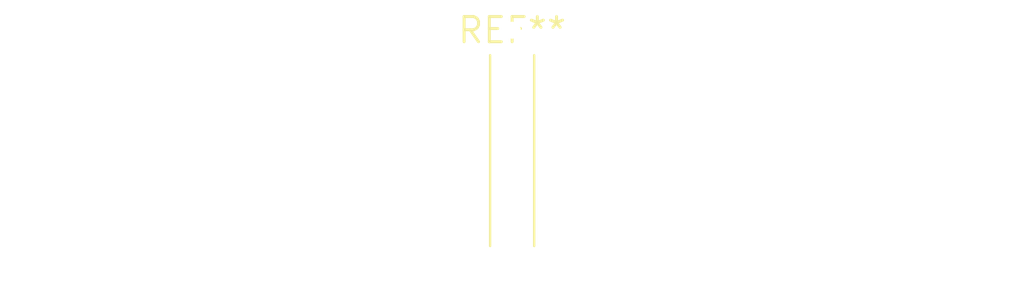
<source format=kicad_pcb>
(kicad_pcb (version 20240108) (generator pcbnew)
  (layers (0 "F.Cu" signal) (31 "B.Cu" signal) (34 "B.Paste" user) (35 "F.Paste" user) (36 "B.SilkS" user "B.Silkscreen") (37 "F.SilkS" user "F.Silkscreen") (38 "B.Mask" user) (39 "F.Mask" user) (44 "Edge.Cuts" user))
  (net 0 "")
  (footprint "SolderWire-0.25sqmm_1x01_D0.65mm_OD2mm_Relief" (layer "F.Cu") (at 0 0)
    (property "Reference" "REF**")
    (property "Value" "SolderWire-0.25sqmm_1x01_D0.65mm_OD2mm_Relief")
    (fp_line (start -1.11 1.26) (end -1.11 10.89) (layer "F.SilkS") (stroke (width 0.12)))
    (fp_line (start 1.11 1.26) (end 1.11 10.89) (layer "F.SilkS") (stroke (width 0.12)))
    (pad "" np_thru_hole circle (at 0 12) (size 2.5 2.5) (drill 2.5) (layers *.Cu *.Mask))
    (pad "1" thru_hole roundrect (at 0 0) (size 2 2) (drill 0.85) (layers *.Cu *.Mask) (remove_unused_layers) (roundrect_rratio 0.125))
  )
)
</source>
